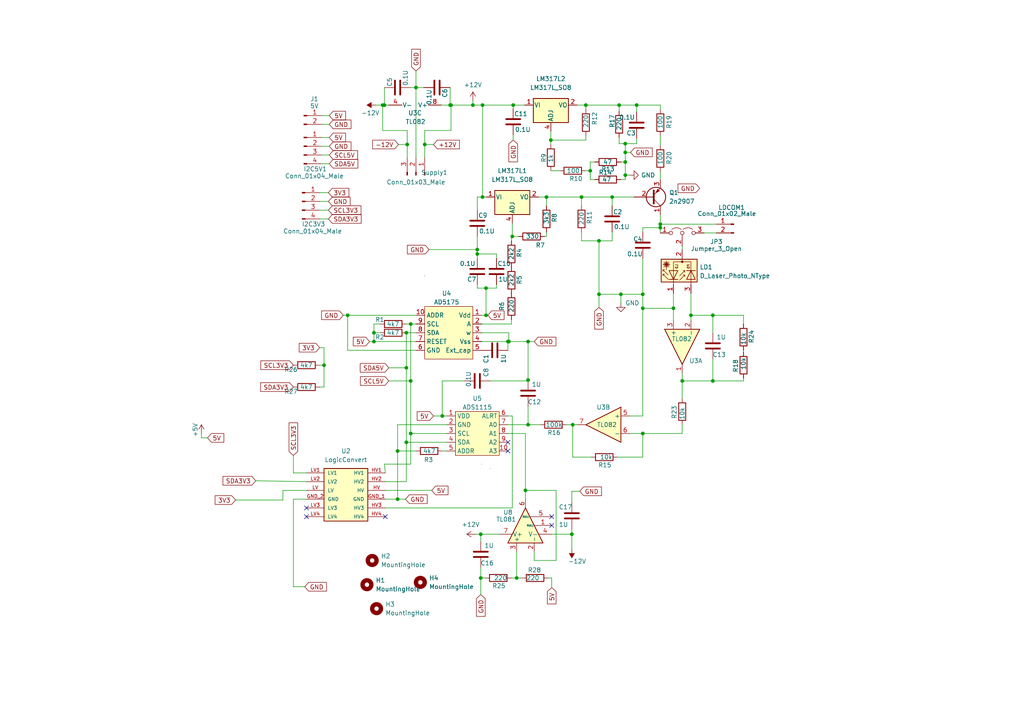
<source format=kicad_sch>
(kicad_sch (version 20231120) (generator "eeschema") (generator_version "8.0")
  (paper "A4")
  (lib_symbols
    (symbol "Amplifier_Operational:TL081" (pin_names (offset 0.127))
      (property "Reference" "U" (at 0 6.35 0))
      (property "Value" "TL081" (at 0 3.81 0))
      (symbol "TL081_1_1"
        (pin input line (at 0 -7.62 90) (length 5.08) (name "NULL") (number "1"))
        (pin input line (at -7.62 -2.54 0) (length 2.54) (name "-") (number "2"))
        (pin input line (at -7.62 2.54 0) (length 2.54) (name "+") (number "3"))
        (pin power_in line (at -2.54 -7.62 90) (length 3.81) (name "V-") (number "4"))
        (pin input line (at 2.54 -7.62 90) (length 6.35) (name "NULL") (number "5"))
        (pin output line (at 7.62 0 180) (length 2.54) (name "~") (number "6"))
        (pin power_in line (at -2.54 7.62 270) (length 3.81) (name "V+") (number "7"))
        (pin no_connect line (at 0 2.54 270) (length 2.54) hide (name "NC") (number "8"))
      )
    )
    (symbol "Amplifier_Operational:TL082" (pin_names (offset 0.127))
      (property "Reference" "U" (at 0 5.08 0))
      (property "Value" "TL082" (at 0 -5.08 0))
      (symbol "TL082_1_1"
        (pin output line (at 7.62 0 180) (length 2.54) (name "~") (number "1"))
        (pin input line (at -7.62 -2.54 0) (length 2.54) (name "-") (number "2"))
        (pin input line (at -7.62 2.54 0) (length 2.54) (name "+") (number "3"))
      )
      (symbol "TL082_2_1"
        (pin input line (at -7.62 2.54 0) (length 2.54) (name "+") (number "5"))
        (pin input line (at -7.62 -2.54 0) (length 2.54) (name "-") (number "6"))
        (pin output line (at 7.62 0 180) (length 2.54) (name "~") (number "7"))
      )
      (symbol "TL082_3_1"
        (pin power_in line (at -2.54 -7.62 90) (length 3.81) (name "V-") (number "4"))
        (pin power_in line (at -2.54 7.62 270) (length 3.81) (name "V+") (number "8"))
      )
    )
    (symbol "Connector:Conn_01x02_Male" (pin_names (offset 1.016) hide)
      (property "Reference" "J" (at 0 2.54 0))
      (property "Value" "Conn_01x02_Male" (at 0 -5.08 0))
      (symbol "Conn_01x02_Male_1_1"
        (pin passive line (at 5.08 0 180) (length 3.81) (name "Pin_1") (number "1"))
        (pin passive line (at 5.08 -2.54 180) (length 3.81) (name "Pin_2") (number "2"))
      )
    )
    (symbol "Connector:Conn_01x03_Male" (pin_names (offset 1.016) hide)
      (property "Reference" "J" (at 0 5.08 0))
      (property "Value" "Conn_01x03_Male" (at 0 -5.08 0))
      (symbol "Conn_01x03_Male_1_1"
        (pin passive line (at 5.08 2.54 180) (length 3.81) (name "Pin_1") (number "1"))
        (pin passive line (at 5.08 0 180) (length 3.81) (name "Pin_2") (number "2"))
        (pin passive line (at 5.08 -2.54 180) (length 3.81) (name "Pin_3") (number "3"))
      )
    )
    (symbol "Connector:Conn_01x04_Male" (pin_names (offset 1.016) hide)
      (property "Reference" "J" (at 0 5.08 0))
      (property "Value" "Conn_01x04_Male" (at 0 -7.62 0))
      (symbol "Conn_01x04_Male_1_1"
        (pin passive line (at 5.08 2.54 180) (length 3.81) (name "Pin_1") (number "1"))
        (pin passive line (at 5.08 0 180) (length 3.81) (name "Pin_2") (number "2"))
        (pin passive line (at 5.08 -2.54 180) (length 3.81) (name "Pin_3") (number "3"))
        (pin passive line (at 5.08 -5.08 180) (length 3.81) (name "Pin_4") (number "4"))
      )
    )
    (symbol "Device:C" (pin_numbers hide) (pin_names (offset 0.254))
      (property "Reference" "C" (at 0.635 2.54 0))
      (property "Value" "C" (at 0.635 -2.54 0))
      (symbol "C_1_1"
        (pin passive line (at 0 3.81 270) (length 2.794) (name "~") (number "1"))
        (pin passive line (at 0 -3.81 90) (length 2.794) (name "~") (number "2"))
      )
    )
    (symbol "Device:D_Laser_Photo_NType" (pin_names hide)
      (property "Reference" "LD" (at 1.016 7.112 0))
      (property "Value" "D_Laser_Photo_NType" (at 1.016 -5.588 0))
      (symbol "D_Laser_Photo_NType_1_1"
        (pin passive line (at 7.62 2.54 180) (length 2.54) (name "~") (number "1"))
        (pin passive line (at -5.08 0 0) (length 2.54) (name "~") (number "2"))
        (pin passive line (at 7.62 -2.54 180) (length 2.54) (name "~") (number "3"))
      )
    )
    (symbol "Device:R" (pin_numbers hide) (pin_names (offset 0))
      (property "Reference" "R" (at 2.032 0 90))
      (property "Value" "R" (at 0 0 90))
      (symbol "R_1_1"
        (pin passive line (at 0 3.81 270) (length 1.27) (name "~") (number "1"))
        (pin passive line (at 0 -3.81 90) (length 1.27) (name "~") (number "2"))
      )
    )
    (symbol "Jumper:Jumper_3_Open" (pin_names (offset 0) hide)
      (property "Reference" "JP" (at -2.54 -2.54 0))
      (property "Value" "Jumper_3_Open" (at 0 2.794 0))
      (symbol "Jumper_3_Open_1_1"
        (pin passive line (at -6.35 0 0) (length 2.54) (name "A") (number "1"))
        (pin passive line (at 0 -3.81 90) (length 2.54) (name "C") (number "2"))
        (pin passive line (at 6.35 0 180) (length 2.54) (name "B") (number "3"))
      )
    )
    (symbol "Mechanical:MountingHole" (pin_names (offset 1.016))
      (property "Reference" "H" (at 0 5.08 0))
      (property "Value" "MountingHole" (at 0 3.175 0))
    )
    (symbol "Regulator_Linear:LM317L_SO8" (pin_names (offset 0.254))
      (property "Reference" "U" (at -3.81 3.175 0))
      (property "Value" "LM317L_SO8" (at 0 3.175 0))
      (symbol "LM317L_SO8_1_1"
        (pin power_in line (at -7.62 0 0) (length 2.54) (name "VI") (number "1"))
        (pin power_out line (at 7.62 0 180) (length 2.54) (name "VO") (number "2"))
        (pin passive line (at 7.62 0 180) (length 2.54) hide (name "VO") (number "3"))
        (pin input line (at 0 -7.62 90) (length 2.54) (name "ADJ") (number "4"))
        (pin no_connect line (at -7.62 -2.54 0) (length 2.54) hide (name "NC") (number "5"))
        (pin passive line (at 7.62 0 180) (length 2.54) hide (name "VO") (number "6"))
        (pin passive line (at 7.62 0 180) (length 2.54) hide (name "VO") (number "7"))
        (pin no_connect line (at 7.62 -2.54 180) (length 2.54) hide (name "NC") (number "8"))
      )
    )
    (symbol "Transistor_BJT:BC556" (pin_names (offset 0) hide)
      (property "Reference" "Q" (at 5.08 1.905 0))
      (property "Value" "BC556" (at 5.08 0 0))
      (symbol "BC556_1_1"
        (pin passive line (at 2.54 5.08 270) (length 2.54) (name "C") (number "1"))
        (pin input line (at -5.08 0 0) (length 5.715) (name "B") (number "2"))
        (pin passive line (at 2.54 -5.08 90) (length 2.54) (name "E") (number "3"))
      )
    )
    (symbol "created:AD5175"
      (property "Reference" "U" (at 0 -10.16 0))
      (property "Value" "AD5175" (at 0 7.62 0))
      (symbol "AD5175_1_1"
        (pin power_in line (at -10.16 3.81 0) (length 2.54) (name "Vdd") (number "1"))
        (pin input line (at 8.89 3.81 180) (length 2.54) (name "ADDR") (number "10"))
        (pin input line (at -10.16 1.27 0) (length 2.54) (name "A") (number "2"))
        (pin input line (at -10.16 -1.27 0) (length 2.54) (name "w") (number "3"))
        (pin power_in line (at -10.16 -3.81 0) (length 2.54) (name "Vss") (number "4"))
        (pin power_in line (at -10.16 -6.35 0) (length 2.54) (name "Ext_cap") (number "5"))
        (pin input line (at 8.89 -6.35 180) (length 2.54) (name "GND") (number "6"))
        (pin input line (at 8.89 -3.81 180) (length 2.54) (name "RESET") (number "7"))
        (pin input line (at 8.89 -1.27 180) (length 2.54) (name "SDA") (number "8"))
        (pin input line (at 8.89 1.27 180) (length 2.54) (name "SCL") (number "9"))
      )
    )
    (symbol "created:ADS1115"
      (property "Reference" "U" (at 0 7.62 0))
      (property "Value" "ADS1115" (at 0 -7.62 0))
      (symbol "ADS1115_1_1"
        (pin power_in line (at -8.89 5.08 0) (length 2.54) (name "VDD") (number "1"))
        (pin input line (at 8.89 -5.08 180) (length 2.54) (name "A3") (number "10"))
        (pin power_in line (at -8.89 2.54 0) (length 2.54) (name "GND") (number "2"))
        (pin bidirectional line (at -8.89 0 0) (length 2.54) (name "SCL") (number "3"))
        (pin bidirectional line (at -8.89 -2.54 0) (length 2.54) (name "SDA") (number "4"))
        (pin bidirectional line (at -8.89 -5.08 0) (length 2.54) (name "ADDR") (number "5"))
        (pin output line (at 8.89 5.08 180) (length 2.54) (name "ALRT") (number "6"))
        (pin input line (at 8.89 2.54 180) (length 2.54) (name "A0") (number "7"))
        (pin input line (at 8.89 0 180) (length 2.54) (name "A1") (number "8"))
        (pin input line (at 8.89 -2.54 180) (length 2.54) (name "A2") (number "9"))
      )
    )
    (symbol "created:LogicConvert" (pin_names (offset 1.016))
      (property "Reference" "U" (at -12.7 11.43 0))
      (property "Value" "LogicConvert" (at -12.7 -12.7 0))
      (symbol "LogicConvert_0_0"
        (pin power_in line (at 5.08 -3.81 180) (length 5.08) (name "GND") (number "GND_1"))
        (pin power_in line (at -17.78 -3.81 0) (length 5.08) (name "GND") (number "GND_2"))
        (pin bidirectional line (at 5.08 -1.27 180) (length 5.08) (name "HV") (number "HV"))
        (pin bidirectional line (at 5.08 3.81 180) (length 5.08) (name "HV1") (number "HV1"))
        (pin bidirectional line (at 5.08 1.27 180) (length 5.08) (name "HV2") (number "HV2"))
        (pin bidirectional line (at 5.08 -6.35 180) (length 5.08) (name "HV3") (number "HV3"))
        (pin bidirectional line (at 5.08 -8.89 180) (length 5.08) (name "HV4") (number "HV4"))
        (pin bidirectional line (at -17.78 -1.27 0) (length 5.08) (name "LV") (number "LV"))
        (pin bidirectional line (at -17.78 3.81 0) (length 5.08) (name "LV1") (number "LV1"))
        (pin bidirectional line (at -17.78 1.27 0) (length 5.08) (name "LV2") (number "LV2"))
        (pin bidirectional line (at -17.78 -6.35 0) (length 5.08) (name "LV3") (number "LV3"))
        (pin bidirectional line (at -17.78 -8.89 0) (length 5.08) (name "LV4") (number "LV4"))
      )
    )
    (symbol "power:+12V" (power) (pin_names (offset 0))
      (property "Value" "+12V" (at 0 3.556 0))
      (symbol "+12V_1_1"
        (pin power_in line (at 0 0 90) (length 0) hide (name "+12V") (number "1"))
      )
    )
    (symbol "power:+5V" (power) (pin_names (offset 0))
      (property "Value" "+5V" (at 0 3.556 0))
      (symbol "+5V_1_1"
        (pin power_in line (at 0 0 90) (length 0) hide (name "+5V") (number "1"))
      )
    )
    (symbol "power:-12V" (power) (pin_names (offset 0))
      (property "Value" "-12V" (at 0 3.81 0))
      (symbol "-12V_0_0"
        (pin power_in line (at 0 0 90) (length 0) hide (name "-12V") (number "1"))
      )
    )
    (symbol "power:GND" (power) (pin_names (offset 0))
      (property "Value" "GND" (at 0 -3.81 0))
      (symbol "GND_1_1"
        (pin power_in line (at 0 0 270) (length 0) hide (name "GND") (number "1"))
      )
    )
  )
  (junction (at 140.97 91.44))
  (junction (at 148.844 30.48))
  (junction (at 108.458 96.52))
  (junction (at 110.998 30.48))
  (junction (at 206.756 110.49))
  (junction (at 181.356 50.8))
  (junction (at 139.954 30.48))
  (junction (at 153.162 110.236))
  (junction (at 139.954 57.15))
  (junction (at 100.838 91.44))
  (junction (at 184.658 30.48))
  (junction (at 181.356 46.99))
  (junction (at 173.736 85.344))
  (junction (at 168.656 57.15))
  (junction (at 140.97 83.566))
  (junction (at 120.65 25.4))
  (junction (at 180.086 85.344))
  (junction (at 206.756 91.44))
  (junction (at 186.436 85.344))
  (junction (at 200.406 91.44))
  (junction (at 186.436 125.73))
  (junction (at 148.59 68.58))
  (junction (at 158.496 57.15))
  (junction (at 138.43 73.66))
  (junction (at 173.736 69.85))
  (junction (at 186.436 89.408))
  (junction (at 130.81 30.48))
  (junction (at 115.316 144.78))
  (junction (at 119.126 93.98))
  (junction (at 119.126 110.49))
  (junction (at 166.116 123.19))
  (junction (at 137.16 30.48))
  (junction (at 115.316 130.81))
  (junction (at 152.4 142.24))
  (junction (at 149.86 167.64))
  (junction (at 177.546 57.15))
  (junction (at 108.458 99.06))
  (junction (at 159.766 40.64))
  (junction (at 139.446 154.94))
  (junction (at 111.506 30.48))
  (junction (at 165.862 154.94))
  (junction (at 117.856 106.68))
  (junction (at 128.27 120.65))
  (junction (at 153.162 123.19))
  (junction (at 139.446 167.64))
  (junction (at 147.574 99.06))
  (junction (at 130.556 30.48))
  (junction (at 191.516 66.04))
  (junction (at 119.126 125.73))
  (junction (at 117.856 128.27))
  (junction (at 181.356 44.196))
  (junction (at 147.32 99.06))
  (junction (at 138.43 72.39))
  (junction (at 153.162 99.06))
  (junction (at 195.326 89.408))
  (junction (at 191.516 65.024))
  (junction (at 117.856 96.52))
  (junction (at 123.19 41.91))
  (junction (at 93.98 105.918))
  (junction (at 179.578 30.48))
  (junction (at 169.926 30.48))
  (junction (at 181.356 41.656))
  (junction (at 118.11 41.91))
  (junction (at 197.866 110.49))
  (junction (at 171.196 49.53))
  (no_connect (at 160.02 149.86))
  (no_connect (at 111.76 149.86))
  (no_connect (at 88.9 149.86))
  (no_connect (at 147.32 130.81))
  (no_connect (at 147.32 128.27))
  (no_connect (at 88.9 147.32))
  (no_connect (at 160.02 152.4))
  (wire (pts (xy 161.29 142.24) (xy 152.4 142.24)))
  (wire (pts (xy 153.162 123.19) (xy 156.718 123.19)))
  (wire (pts (xy 164.338 123.19) (xy 166.116 123.19)))
  (wire (pts (xy 140.97 83.566) (xy 140.97 91.44)))
  (wire (pts (xy 118.11 41.91) (xy 118.11 37.846)))
  (wire (pts (xy 181.356 46.99) (xy 181.356 50.8)))
  (wire (pts (xy 111.506 134.62) (xy 119.126 134.62)))
  (wire (pts (xy 168.656 69.85) (xy 173.736 69.85)))
  (wire (pts (xy 147.574 96.52) (xy 147.574 99.06)))
  (wire (pts (xy 151.384 167.64) (xy 149.86 167.64)))
  (wire (pts (xy 92.71 58.42) (xy 95.25 58.42)))
  (wire (pts (xy 215.646 109.728) (xy 215.646 110.49)))
  (wire (pts (xy 92.71 60.96) (xy 95.25 60.96)))
  (wire (pts (xy 128.27 110.49) (xy 134.62 110.49)))
  (wire (pts (xy 186.436 125.73) (xy 197.866 125.73)))
  (wire (pts (xy 148.59 120.65) (xy 148.59 147.32)))
  (wire (pts (xy 177.546 57.15) (xy 183.896 57.15)))
  (wire (pts (xy 191.516 49.784) (xy 191.516 52.07)))
  (wire (pts (xy 206.756 96.52) (xy 206.756 91.44)))
  (wire (pts (xy 186.436 89.408) (xy 186.436 120.65)))
  (wire (pts (xy 108.458 93.98) (xy 108.458 96.52)))
  (wire (pts (xy 180.086 46.99) (xy 181.356 46.99)))
  (wire (pts (xy 195.326 85.09) (xy 195.326 89.408)))
  (wire (pts (xy 138.43 83.566) (xy 140.97 83.566)))
  (wire (pts (xy 149.86 167.64) (xy 148.336 167.64)))
  (wire (pts (xy 180.086 52.07) (xy 181.356 52.07)))
  (wire (pts (xy 173.736 69.85) (xy 177.546 69.85)))
  (wire (pts (xy 117.856 128.27) (xy 117.856 139.7)))
  (wire (pts (xy 100.838 91.44) (xy 120.65 91.44)))
  (wire (pts (xy 215.646 102.108) (xy 215.646 101.6)))
  (wire (pts (xy 168.656 67.31) (xy 168.656 69.85)))
  (wire (pts (xy 200.406 85.09) (xy 200.406 91.44)))
  (wire (pts (xy 119.126 25.4) (xy 120.65 25.4)))
  (wire (pts (xy 111.76 147.32) (xy 148.59 147.32)))
  (wire (pts (xy 124.46 72.39) (xy 138.43 72.39)))
  (wire (pts (xy 119.126 125.73) (xy 129.54 125.73)))
  (wire (pts (xy 158.496 67.31) (xy 158.496 68.58)))
  (wire (pts (xy 120.65 25.4) (xy 120.65 20.574)))
  (wire (pts (xy 148.844 30.48) (xy 148.844 31.496)))
  (wire (pts (xy 171.45 132.588) (xy 166.116 132.588)))
  (wire (pts (xy 149.86 160.02) (xy 149.86 167.64)))
  (wire (pts (xy 117.856 96.52) (xy 120.65 96.52)))
  (wire (pts (xy 88.392 170.18) (xy 85.09 170.18)))
  (wire (pts (xy 186.436 66.04) (xy 191.516 66.04)))
  (wire (pts (xy 152.4 125.73) (xy 152.4 142.24)))
  (wire (pts (xy 169.926 39.37) (xy 169.926 40.64)))
  (wire (pts (xy 139.7 99.06) (xy 147.32 99.06)))
  (wire (pts (xy 58.42 127) (xy 60.198 127)))
  (wire (pts (xy 99.568 91.44) (xy 100.838 91.44)))
  (wire (pts (xy 111.76 142.24) (xy 125.222 142.24)))
  (wire (pts (xy 100.838 91.44) (xy 100.838 101.6)))
  (wire (pts (xy 82.042 142.24) (xy 88.9 142.24)))
  (wire (pts (xy 171.196 46.99) (xy 171.196 49.53)))
  (wire (pts (xy 115.316 144.78) (xy 117.602 144.78)))
  (wire (pts (xy 139.7 96.52) (xy 147.574 96.52)))
  (wire (pts (xy 85.09 144.78) (xy 85.09 170.18)))
  (wire (pts (xy 147.32 99.06) (xy 147.574 99.06)))
  (wire (pts (xy 154.94 160.02) (xy 154.94 162.56)))
  (wire (pts (xy 159.766 38.1) (xy 159.766 40.64)))
  (wire (pts (xy 129.54 128.27) (xy 117.856 128.27)))
  (wire (pts (xy 181.356 41.656) (xy 181.356 44.196)))
  (wire (pts (xy 138.43 68.58) (xy 138.43 72.39)))
  (wire (pts (xy 197.866 110.49) (xy 197.866 115.57)))
  (wire (pts (xy 93.98 105.918) (xy 93.98 112.268)))
  (wire (pts (xy 119.126 110.49) (xy 119.126 125.73)))
  (wire (pts (xy 191.516 39.37) (xy 191.516 42.164)))
  (wire (pts (xy 180.086 85.344) (xy 186.436 85.344)))
  (wire (pts (xy 152.4 144.78) (xy 152.4 142.24)))
  (wire (pts (xy 122.936 25.4) (xy 120.65 25.4)))
  (wire (pts (xy 111.76 144.78) (xy 115.316 144.78)))
  (wire (pts (xy 168.656 57.15) (xy 168.656 59.69)))
  (wire (pts (xy 191.516 67.564) (xy 191.516 66.04)))
  (wire (pts (xy 197.866 110.49) (xy 206.756 110.49)))
  (wire (pts (xy 167.386 30.48) (xy 169.926 30.48)))
  (wire (pts (xy 138.43 74.93) (xy 138.43 73.66)))
  (wire (pts (xy 117.856 139.7) (xy 111.76 139.7)))
  (wire (pts (xy 186.436 125.73) (xy 186.436 132.588)))
  (wire (pts (xy 195.326 89.408) (xy 195.326 92.964)))
  (wire (pts (xy 119.126 93.98) (xy 119.126 110.49)))
  (wire (pts (xy 200.406 91.44) (xy 206.756 91.44)))
  (wire (pts (xy 158.496 68.58) (xy 157.988 68.58)))
  (wire (pts (xy 139.446 156.972) (xy 139.446 154.94)))
  (wire (pts (xy 186.436 85.344) (xy 186.436 89.408)))
  (wire (pts (xy 179.578 39.878) (xy 179.578 41.656)))
  (wire (pts (xy 115.316 123.19) (xy 115.316 130.81)))
  (wire (pts (xy 148.844 39.116) (xy 148.844 40.64)))
  (wire (pts (xy 117.856 96.52) (xy 117.856 106.68)))
  (wire (pts (xy 123.19 41.91) (xy 123.19 37.846)))
  (wire (pts (xy 159.766 49.53) (xy 162.306 49.53)))
  (wire (pts (xy 158.496 57.15) (xy 158.496 59.69)))
  (wire (pts (xy 144.018 83.566) (xy 140.97 83.566)))
  (wire (pts (xy 159.766 41.91) (xy 159.766 40.64)))
  (wire (pts (xy 166.116 132.588) (xy 166.116 123.19)))
  (wire (pts (xy 184.658 30.48) (xy 184.658 32.512)))
  (wire (pts (xy 88.9 139.7) (xy 74.168 139.446)))
  (wire (pts (xy 165.862 142.494) (xy 168.148 142.494)))
  (wire (pts (xy 118.11 45.72) (xy 118.11 41.91)))
  (wire (pts (xy 115.57 41.91) (xy 118.11 41.91)))
  (wire (pts (xy 92.71 63.5) (xy 95.25 63.5)))
  (wire (pts (xy 128.27 120.65) (xy 128.27 110.49)))
  (wire (pts (xy 130.556 25.4) (xy 130.556 30.48)))
  (wire (pts (xy 93.218 33.528) (xy 95.504 33.528)))
  (wire (pts (xy 181.356 44.196) (xy 182.88 44.196)))
  (wire (pts (xy 197.866 71.374) (xy 197.866 72.39)))
  (wire (pts (xy 139.954 57.15) (xy 139.954 30.48)))
  (wire (pts (xy 108.966 30.48) (xy 110.998 30.48)))
  (wire (pts (xy 147.32 123.19) (xy 153.162 123.19)))
  (wire (pts (xy 172.466 46.99) (xy 171.196 46.99)))
  (wire (pts (xy 119.126 110.49) (xy 112.776 110.49)))
  (wire (pts (xy 144.018 82.55) (xy 144.018 83.566)))
  (wire (pts (xy 129.54 123.19) (xy 115.316 123.19)))
  (wire (pts (xy 206.756 104.14) (xy 206.756 110.49)))
  (wire (pts (xy 139.954 30.48) (xy 148.844 30.48)))
  (wire (pts (xy 123.19 37.846) (xy 130.81 37.846)))
  (wire (pts (xy 169.926 49.53) (xy 171.196 49.53)))
  (wire (pts (xy 148.59 68.58) (xy 148.336 68.58)))
  (wire (pts (xy 138.43 73.66) (xy 144.018 73.66)))
  (wire (pts (xy 184.658 30.48) (xy 191.516 30.48)))
  (wire (pts (xy 156.21 57.15) (xy 158.496 57.15)))
  (wire (pts (xy 207.772 65.024) (xy 191.516 65.024)))
  (wire (pts (xy 139.446 167.64) (xy 140.716 167.64)))
  (wire (pts (xy 148.59 64.77) (xy 148.59 68.58)))
  (wire (pts (xy 158.496 57.15) (xy 168.656 57.15)))
  (wire (pts (xy 153.162 99.06) (xy 153.162 110.236)))
  (wire (pts (xy 153.162 117.856) (xy 153.162 123.19)))
  (wire (pts (xy 111.76 137.16) (xy 111.506 134.62)))
  (wire (pts (xy 186.436 74.93) (xy 186.436 85.344)))
  (wire (pts (xy 85.09 132.08) (xy 85.09 137.16)))
  (wire (pts (xy 139.446 154.94) (xy 144.78 154.94)))
  (wire (pts (xy 139.7 91.44) (xy 140.97 91.44)))
  (wire (pts (xy 182.626 120.65) (xy 186.436 120.65)))
  (wire (pts (xy 93.218 39.878) (xy 95.504 39.878)))
  (wire (pts (xy 165.862 154.94) (xy 165.862 159.258)))
  (wire (pts (xy 179.578 30.48) (xy 184.658 30.48)))
  (wire (pts (xy 108.458 96.52) (xy 110.236 96.52)))
  (wire (pts (xy 144.018 74.93) (xy 144.018 73.66)))
  (wire (pts (xy 186.436 89.408) (xy 195.326 89.408)))
  (wire (pts (xy 119.126 125.73) (xy 119.126 134.62)))
  (wire (pts (xy 152.4 125.73) (xy 147.32 125.73)))
  (wire (pts (xy 166.116 123.19) (xy 167.386 123.19)))
  (wire (pts (xy 93.98 100.838) (xy 93.98 105.918)))
  (wire (pts (xy 111.506 25.4) (xy 111.506 30.48)))
  (wire (pts (xy 171.196 49.53) (xy 171.196 52.07)))
  (wire (pts (xy 108.458 96.52) (xy 108.458 99.06)))
  (wire (pts (xy 173.736 85.344) (xy 173.736 69.85)))
  (wire (pts (xy 181.356 44.196) (xy 181.356 46.99)))
  (wire (pts (xy 92.71 112.268) (xy 93.98 112.268)))
  (wire (pts (xy 148.844 30.48) (xy 152.146 30.48)))
  (wire (pts (xy 118.11 37.846) (xy 110.998 37.846)))
  (wire (pts (xy 93.218 47.498) (xy 95.504 47.498)))
  (wire (pts (xy 215.646 93.98) (xy 215.646 91.44)))
  (wire (pts (xy 110.236 93.98) (xy 108.458 93.98)))
  (wire (pts (xy 110.998 37.846) (xy 110.998 30.48)))
  (wire (pts (xy 88.9 137.16) (xy 85.09 137.16)))
  (wire (pts (xy 181.356 50.8) (xy 182.626 50.8)))
  (wire (pts (xy 179.07 132.588) (xy 186.436 132.588)))
  (wire (pts (xy 130.556 30.48) (xy 130.81 30.48)))
  (wire (pts (xy 68.326 145.034) (xy 82.042 145.034)))
  (wire (pts (xy 119.126 93.98) (xy 120.65 93.98)))
  (wire (pts (xy 108.458 99.06) (xy 120.65 99.06)))
  (wire (pts (xy 206.756 91.44) (xy 215.646 91.44)))
  (wire (pts (xy 153.162 110.236) (xy 153.162 110.49)))
  (wire (pts (xy 93.218 44.958) (xy 95.504 44.958)))
  (wire (pts (xy 139.7 93.98) (xy 148.336 93.98)))
  (wire (pts (xy 137.16 30.48) (xy 137.16 29.21)))
  (wire (pts (xy 148.59 68.58) (xy 150.368 68.58)))
  (wire (pts (xy 184.658 41.656) (xy 181.356 41.656)))
  (wire (pts (xy 138.43 72.39) (xy 138.43 73.66)))
  (wire (pts (xy 169.926 30.48) (xy 179.578 30.48)))
  (wire (pts (xy 160.02 167.64) (xy 159.004 167.64)))
  (wire (pts (xy 179.578 41.656) (xy 181.356 41.656)))
  (wire (pts (xy 115.316 130.81) (xy 115.316 144.78)))
  (wire (pts (xy 120.65 45.72) (xy 120.65 25.4)))
  (wire (pts (xy 82.042 142.24) (xy 82.042 145.034)))
  (wire (pts (xy 88.9 144.78) (xy 85.09 144.78)))
  (wire (pts (xy 153.162 99.06) (xy 154.94 99.06)))
  (wire (pts (xy 139.446 164.592) (xy 139.446 167.64)))
  (wire (pts (xy 160.02 154.94) (xy 165.862 154.94)))
  (wire (pts (xy 181.356 50.8) (xy 181.356 52.07)))
  (wire (pts (xy 139.954 57.15) (xy 138.43 57.15)))
  (wire (pts (xy 197.866 108.204) (xy 197.866 110.49)))
  (wire (pts (xy 130.81 30.48) (xy 137.16 30.48)))
  (wire (pts (xy 92.71 100.838) (xy 93.98 100.838)))
  (wire (pts (xy 125.73 120.65) (xy 128.27 120.65)))
  (wire (pts (xy 123.19 45.72) (xy 123.19 41.91)))
  (wire (pts (xy 93.218 42.418) (xy 95.504 42.418)))
  (wire (pts (xy 93.98 105.918) (xy 92.71 105.918)))
  (wire (pts (xy 168.656 57.15) (xy 177.546 57.15)))
  (wire (pts (xy 161.29 162.56) (xy 161.29 142.24)))
  (wire (pts (xy 206.756 110.49) (xy 215.646 110.49)))
  (wire (pts (xy 138.43 57.15) (xy 138.43 60.96)))
  (wire (pts (xy 117.856 106.68) (xy 117.856 128.27)))
  (wire (pts (xy 92.71 55.88) (xy 95.25 55.88)))
  (wire (pts (xy 186.436 67.31) (xy 186.436 66.04)))
  (wire (pts (xy 191.516 65.024) (xy 191.516 66.04)))
  (wire (pts (xy 191.516 30.48) (xy 191.516 31.75)))
  (wire (pts (xy 179.578 30.48) (xy 179.578 32.258)))
  (wire (pts (xy 139.446 167.64) (xy 139.446 172.466)))
  (wire (pts (xy 169.926 30.48) (xy 169.926 31.75)))
  (wire (pts (xy 137.922 154.94) (xy 139.446 154.94)))
  (wire (pts (xy 100.838 101.6) (xy 120.65 101.6)))
  (wire (pts (xy 197.866 125.73) (xy 197.866 123.19)))
  (wire (pts (xy 138.43 83.566) (xy 138.43 82.55)))
  (wire (pts (xy 184.658 40.132) (xy 184.658 41.656)))
  (wire (pts (xy 58.42 125.73) (xy 58.42 127)))
  (wire (pts (xy 173.736 85.344) (xy 180.086 85.344)))
  (wire (pts (xy 128.27 120.65) (xy 129.54 120.65)))
  (wire (pts (xy 140.97 91.44) (xy 141.478 91.44)))
  (wire (pts (xy 107.188 99.06) (xy 108.458 99.06)))
  (wire (pts (xy 182.626 125.73) (xy 186.436 125.73)))
  (wire (pts (xy 173.736 85.344) (xy 173.736 89.154)))
  (wire (pts (xy 177.546 57.15) (xy 177.546 59.69)))
  (wire (pts (xy 128.27 130.81) (xy 129.54 130.81)))
  (wire (pts (xy 139.954 57.15) (xy 140.97 57.15)))
  (wire (pts (xy 200.406 91.44) (xy 200.406 92.964)))
  (wire (pts (xy 120.65 130.81) (xy 115.316 130.81)))
  (wire (pts (xy 130.81 37.846) (xy 130.81 30.48)))
  (wire (pts (xy 160.02 170.434) (xy 160.02 167.64)))
  (wire (pts (xy 154.94 162.56) (xy 161.29 162.56)))
  (wire (pts (xy 148.336 68.58) (xy 148.336 69.85)))
  (wire (pts (xy 204.216 67.564) (xy 207.772 67.564)))
  (wire (pts (xy 165.862 153.416) (xy 165.862 154.94)))
  (wire (pts (xy 93.218 36.068) (xy 95.504 36.068)))
  (wire (pts (xy 117.856 106.68) (xy 112.776 106.68)))
  (wire (pts (xy 142.24 110.49) (xy 153.162 110.49)))
  (wire (pts (xy 159.766 40.64) (xy 169.926 40.64)))
  (wire (pts (xy 191.516 62.23) (xy 191.516 65.024)))
  (wire (pts (xy 180.086 85.344) (xy 180.086 87.884)))
  (wire (pts (xy 147.32 120.65) (xy 148.59 120.65)))
  (wire (pts (xy 147.32 99.06) (xy 147.32 101.6)))
  (wire (pts (xy 147.574 99.06) (xy 153.162 99.06)))
  (wire (pts (xy 128.016 30.48) (xy 130.556 30.48)))
  (wire (pts (xy 123.19 41.91) (xy 125.73 41.91)))
  (wire (pts (xy 177.546 67.31) (xy 177.546 69.85)))
  (wire (pts (xy 111.506 30.48) (xy 112.776 30.48)))
  (wire (pts (xy 148.336 92.71) (xy 148.336 93.98)))
  (wire (pts (xy 137.16 30.48) (xy 139.954 30.48)))
  (wire (pts (xy 171.196 52.07) (xy 172.466 52.07)))
  (wire (pts (xy 110.998 30.48) (xy 111.506 30.48)))
  (wire (pts (xy 165.862 145.796) (xy 165.862 142.494)))
  (wire (pts (xy 117.856 93.98) (xy 119.126 93.98)))
  (global_label "5V" (shape input) (at 60.198 127 0) (property "Intersheetrefs" "${INTERSHEET_REFS}" (effects (hide yes))))
  (global_label "GND" (shape input) (at 168.148 142.494 0) (property "Intersheetrefs" "${INTERSHEET_REFS}" (effects (hide yes))))
  (global_label "GND" (shape input) (at 117.602 144.78 0) (property "Intersheetrefs" "${INTERSHEET_REFS}" (effects (hide yes))))
  (global_label "+12V" (shape input) (at 125.73 41.91 0) (property "Intersheetrefs" "${INTERSHEET_REFS}" (effects (hide yes))))
  (global_label "SDA3V3" (shape input) (at 85.09 112.268 180) (property "Intersheetrefs" "${INTERSHEET_REFS}" (effects (hide yes))))
  (global_label "3V3" (shape input) (at 92.71 100.838 180) (property "Intersheetrefs" "${INTERSHEET_REFS}" (effects (hide yes))))
  (global_label "GND" (shape input) (at 95.25 58.42 0) (property "Intersheetrefs" "${INTERSHEET_REFS}" (effects (hide yes))))
  (global_label "GND" (shape input) (at 148.844 40.64 270) (property "Intersheetrefs" "${INTERSHEET_REFS}" (effects (hide yes))))
  (global_label "5V" (shape input) (at 141.478 91.44 0) (property "Intersheetrefs" "${INTERSHEET_REFS}" (effects (hide yes))))
  (global_label "SDA3V3" (shape input) (at 95.25 63.5 0) (property "Intersheetrefs" "${INTERSHEET_REFS}" (effects (hide yes))))
  (global_label "5V" (shape input) (at 125.73 120.65 180) (property "Intersheetrefs" "${INTERSHEET_REFS}" (effects (hide yes))))
  (global_label "GND" (shape input) (at 124.46 72.39 180) (property "Intersheetrefs" "${INTERSHEET_REFS}" (effects (hide yes))))
  (global_label "SDA5V" (shape input) (at 95.504 47.498 0) (property "Intersheetrefs" "${INTERSHEET_REFS}" (effects (hide yes))))
  (global_label "SCL5V" (shape input) (at 95.504 44.958 0) (property "Intersheetrefs" "${INTERSHEET_REFS}" (effects (hide yes))))
  (global_label "GND" (shape input) (at 95.504 36.068 0) (property "Intersheetrefs" "${INTERSHEET_REFS}" (effects (hide yes))))
  (global_label "GND" (shape input) (at 139.446 172.466 270) (property "Intersheetrefs" "${INTERSHEET_REFS}" (effects (hide yes))))
  (global_label "3V3" (shape input) (at 95.25 55.88 0) (property "Intersheetrefs" "${INTERSHEET_REFS}" (effects (hide yes))))
  (global_label "GND" (shape input) (at 202.946 54.61 180) (property "Intersheetrefs" "${INTERSHEET_REFS}" (effects (hide yes))))
  (global_label "GND" (shape input) (at 182.88 44.196 0) (property "Intersheetrefs" "${INTERSHEET_REFS}" (effects (hide yes))))
  (global_label "SDA5V" (shape input) (at 112.776 106.68 180) (property "Intersheetrefs" "${INTERSHEET_REFS}" (effects (hide yes))))
  (global_label "5V" (shape input) (at 160.02 170.434 270) (property "Intersheetrefs" "${INTERSHEET_REFS}" (effects (hide yes))))
  (global_label "GND" (shape input) (at 99.568 91.44 180) (property "Intersheetrefs" "${INTERSHEET_REFS}" (effects (hide yes))))
  (global_label "GND" (shape input) (at 88.392 170.18 0) (property "Intersheetrefs" "${INTERSHEET_REFS}" (effects (hide yes))))
  (global_label "3V3" (shape input) (at 68.326 145.034 180) (property "Intersheetrefs" "${INTERSHEET_REFS}" (effects (hide yes))))
  (global_label "5V" (shape input) (at 95.504 39.878 0) (property "Intersheetrefs" "${INTERSHEET_REFS}" (effects (hide yes))))
  (global_label "SCL5V" (shape input) (at 112.776 110.49 180) (property "Intersheetrefs" "${INTERSHEET_REFS}" (effects (hide yes))))
  (global_label "SCL3V3" (shape input) (at 85.09 132.08 90) (property "Intersheetrefs" "${INTERSHEET_REFS}" (effects (hide yes))))
  (global_label "SDA3V3" (shape input) (at 74.168 139.446 180) (property "Intersheetrefs" "${INTERSHEET_REFS}" (effects (hide yes))))
  (global_label "-12V" (shape input) (at 115.57 41.91 180) (property "Intersheetrefs" "${INTERSHEET_REFS}" (effects (hide yes))))
  (global_label "GND" (shape input) (at 95.504 42.418 0) (property "Intersheetrefs" "${INTERSHEET_REFS}" (effects (hide yes))))
  (global_label "5V" (shape input) (at 125.222 142.24 0) (property "Intersheetrefs" "${INTERSHEET_REFS}" (effects (hide yes))))
  (global_label "5V" (shape input) (at 95.504 33.528 0) (property "Intersheetrefs" "${INTERSHEET_REFS}" (effects (hide yes))))
  (global_label "GND" (shape input) (at 120.65 20.574 90) (property "Intersheetrefs" "${INTERSHEET_REFS}" (effects (hide yes))))
  (global_label "SCL3V3" (shape input) (at 85.09 105.918 180) (property "Intersheetrefs" "${INTERSHEET_REFS}" (effects (hide yes))))
  (global_label "GND" (shape input) (at 154.94 99.06 0) (property "Intersheetrefs" "${INTERSHEET_REFS}" (effects (hide yes))))
  (global_label "SCL3V3" (shape input) (at 95.25 60.96 0) (property "Intersheetrefs" "${INTERSHEET_REFS}" (effects (hide yes))))
  (global_label "GND" (shape input) (at 173.736 89.154 270) (property "Intersheetrefs" "${INTERSHEET_REFS}" (effects (hide yes))))
  (global_label "5V" (shape input) (at 107.188 99.06 180) (property "Intersheetrefs" "${INTERSHEET_REFS}" (effects (hide yes))))
  (symbol (lib_id "Device:R") (at 197.866 119.38 180) (unit 1)
    (property "Reference" "R23" (at 195.58 117.602 90) (effects (justify left)))
    (property "Value" "10k" (at 197.866 118.11 90) (effects (justify left)))
    (property "Footprint" "Resistor_SMD:R_1210_3225Metric_Pad1.30x2.65mm_HandSolder" (effects (hide yes)))
  )
  (symbol (lib_id "Device:C") (at 143.51 101.6 90) (unit 1)
    (property "Reference" "C1" (at 140.97 105.41 0) (effects (justify left)))
    (property "Value" "1U" (at 146.05 105.41 0) (effects (justify left)))
    (property "Footprint" "Capacitor_SMD:C_0805_2012Metric_Pad1.18x1.45mm_HandSolder" (effects (hide yes)))
  )
  (symbol (lib_id "Device:R") (at 168.656 63.5 0) (unit 1)
    (property "Reference" "R11" (at 170.942 65.024 90) (effects (justify left)))
    (property "Value" "220" (at 168.656 65.278 90) (effects (justify left)))
    (property "Footprint" "Resistor_THT:R_Axial_DIN0614_L14.3mm_D5.7mm_P20.32mm_Horizontal" (effects (hide yes)))
  )
  (symbol (lib_id "created:LogicConvert") (at 106.68 140.97 0) (unit 1)
    (property "Reference" "U2" (at 100.33 130.81 0))
    (property "Value" "LogicConvert" (at 100.33 133.35 0))
    (property "Footprint" "Created:CONV_BOB-12009" (effects (hide yes)))
    (property "MANUFACTURER" "SparkFun Electronics" (effects (hide yes)))
    (property "PARTREV" "01" (effects (hide yes)))
    (property "MAXIMUM_PACKAGE_HEIGHT" "N/A" (effects (hide yes)))
  )
  (symbol (lib_id "Device:R") (at 215.646 97.79 0) (unit 1)
    (property "Reference" "R24" (at 217.932 99.568 90) (effects (justify left)))
    (property "Value" "10k" (at 215.646 100.076 90) (effects (justify left)))
    (property "Footprint" "Resistor_SMD:R_1210_3225Metric_Pad1.30x2.65mm_HandSolder" (effects (hide yes)))
  )
  (symbol (lib_id "Device:C") (at 115.316 25.4 90) (unit 1)
    (property "Reference" "C5" (at 113.03 25.146 0) (effects (justify left)))
    (property "Value" "0.1U" (at 117.602 24.892 0) (effects (justify left)))
    (property "Footprint" "Capacitor_SMD:C_0805_2012Metric_Pad1.18x1.45mm_HandSolder" (effects (hide yes)))
  )
  (symbol (lib_id "Device:R") (at 191.516 45.974 0) (unit 1)
    (property "Reference" "R20" (at 194.056 47.752 90) (effects (justify left)))
    (property "Value" "100" (at 191.516 47.752 90) (effects (justify left)))
    (property "Footprint" "Resistor_THT:R_Axial_DIN0614_L14.3mm_D5.7mm_P20.32mm_Horizontal" (effects (hide yes)))
  )
  (symbol (lib_id "Mechanical:MountingHole") (at 106.4316 169.5824 0) (unit 1)
    (property "Reference" "H1" (at 108.9716 168.3123 0) (effects (justify left)))
    (property "Value" "MountingHole" (at 108.9716 170.8523 0) (effects (justify left)))
    (property "Footprint" "MountingHole:MountingHole_3.2mm_M3" (effects (hide yes)))
  )
  (symbol (lib_id "Device:R") (at 155.194 167.64 90) (unit 1)
    (property "Reference" "R28" (at 156.972 165.354 90) (effects (justify left)))
    (property "Value" "220" (at 156.464 167.64 90) (effects (justify left)))
    (property "Footprint" "Resistor_SMD:R_1210_3225Metric_Pad1.30x2.65mm_HandSolder" (effects (hide yes)))
  )
  (symbol (lib_id "Connector:Conn_01x02_Male") (at 212.852 65.024 0) (mirror y) (unit 1)
    (property "Reference" "LDCOM1" (at 212.217 60.198 0))
    (property "Value" "Conn_01x02_Male" (at 210.82 61.976 0))
    (property "Footprint" "Connector_JST:JST_EH_B2B-EH-A_1x02_P2.50mm_Vertical" (effects (hide yes)))
  )
  (symbol (lib_id "Device:R") (at 179.578 36.068 0) (unit 1)
    (property "Reference" "R17" (at 177.546 37.084 90) (effects (justify left)))
    (property "Value" "220" (at 179.578 37.846 90) (effects (justify left)))
    (property "Footprint" "Resistor_THT:R_Axial_DIN0614_L14.3mm_D5.7mm_P20.32mm_Horizontal" (effects (hide yes)))
  )
  (symbol (lib_id "Device:C") (at 177.546 63.5 0) (unit 1)
    (property "Reference" "C2" (at 177.8 61.468 0) (effects (justify left)))
    (property "Value" "0.1U" (at 178.054 65.786 0) (effects (justify left)))
    (property "Footprint" "Capacitor_SMD:C_0805_2012Metric_Pad1.18x1.45mm_HandSolder" (effects (hide yes)))
  )
  (symbol (lib_id "Device:C") (at 186.436 71.12 0) (unit 1)
    (property "Reference" "C4" (at 183.642 69.342 0) (effects (justify left)))
    (property "Value" "0.1U" (at 181.864 73.66 0) (effects (justify left)))
    (property "Footprint" "Capacitor_SMD:C_0805_2012Metric_Pad1.18x1.45mm_HandSolder" (effects (hide yes)))
  )
  (symbol (lib_id "Amplifier_Operational:TL081") (at 152.4 152.4 90) (unit 1)
    (property "Reference" "U8" (at 147.32 148.59 90))
    (property "Value" "TL081" (at 146.812 150.622 90))
    (property "Footprint" "Package_DIP:DIP-8_W7.62mm" (effects (hide yes)))
    (property "Datasheet" "http://www.ti.com/lit/ds/symlink/tl081.pdf" (effects (hide yes)))
  )
  (symbol (lib_id "Transistor_BJT:BC556") (at 188.976 57.15 0) (mirror x) (unit 1)
    (property "Reference" "Q1" (at 194.056 55.8799 0) (effects (justify left)))
    (property "Value" "2n2907" (at 194.056 58.4199 0) (effects (justify left)))
    (property "Footprint" "Package_TO_SOT_THT:TO-92_Inline_Wide" (effects (hide yes)))
    (property "Datasheet" "https://www.onsemi.com/pub/Collateral/BC556BTA-D.pdf" (effects (hide yes)))
  )
  (symbol (lib_id "Device:R") (at 166.116 49.53 270) (unit 1)
    (property "Reference" "R10" (at 165.1 51.816 90) (effects (justify left)))
    (property "Value" "100" (at 164.338 49.53 90) (effects (justify left)))
    (property "Footprint" "Resistor_SMD:R_1210_3225Metric_Pad1.30x2.65mm_HandSolder" (effects (hide yes)))
  )
  (symbol (lib_id "Connector:Conn_01x02_Male") (at 88.138 33.528 0) (unit 1)
    (property "Reference" "J1" (at 91.186 28.702 0))
    (property "Value" "5V" (at 91.186 30.734 0))
    (property "Footprint" "Connector_JST:JST_EH_B2B-EH-A_1x02_P2.50mm_Vertical" (effects (hide yes)))
  )
  (symbol (lib_id "Device:R") (at 88.9 112.268 90) (unit 1)
    (property "Reference" "R27" (at 86.36 113.538 90) (effects (justify left)))
    (property "Value" "4k7" (at 90.678 112.268 90) (effects (justify left)))
    (property "Footprint" "Resistor_SMD:R_1210_3225Metric_Pad1.30x2.65mm_HandSolder" (effects (hide yes)))
  )
  (symbol (lib_id "Device:R") (at 148.336 88.9 180) (unit 1)
    (property "Reference" "R6" (at 145.542 90.17 90) (effects (justify right)))
    (property "Value" "220" (at 148.336 90.678 90) (effects (justify right)))
    (property "Footprint" "Resistor_SMD:R_1210_3225Metric_Pad1.30x2.65mm_HandSolder" (effects (hide yes)))
  )
  (symbol (lib_id "Device:R") (at 88.9 105.918 90) (unit 1)
    (property "Reference" "R26" (at 86.36 107.188 90) (effects (justify left)))
    (property "Value" "4k7" (at 90.678 105.918 90) (effects (justify left)))
    (property "Footprint" "Resistor_SMD:R_1210_3225Metric_Pad1.30x2.65mm_HandSolder" (effects (hide yes)))
  )
  (symbol (lib_id "Device:C") (at 138.43 64.77 0) (unit 1)
    (property "Reference" "C9" (at 138.684 62.484 0) (effects (justify left)))
    (property "Value" "0.1U" (at 138.938 67.056 0) (effects (justify left)))
    (property "Footprint" "Capacitor_SMD:C_0805_2012Metric_Pad1.18x1.45mm_HandSolder" (effects (hide yes)))
  )
  (symbol (lib_id "power:-12V") (at 165.862 159.258 180) (unit 1)
    (property "Reference" "#PWR07" (effects (hide yes)))
    (property "Value" "-12V" (at 167.386 162.814 0))
  )
  (symbol (lib_id "Regulator_Linear:LM317L_SO8") (at 148.59 57.15 0) (unit 1)
    (property "Reference" "LM317L1" (at 148.59 49.53 0))
    (property "Value" "LM317L_SO8" (at 148.59 52.07 0))
    (property "Footprint" "Package_SO:SO-8_3.9x4.9mm_P1.27mm" (effects (hide yes)))
    (property "Datasheet" "http://www.ti.com/lit/ds/snvs775k/snvs775k.pdf" (effects (hide yes)))
  )
  (symbol (lib_id "Device:C") (at 206.756 100.33 180) (unit 1)
    (property "Reference" "C13" (at 210.566 102.87 0) (effects (justify left)))
    (property "Value" "1U" (at 210.566 97.79 0) (effects (justify left)))
    (property "Footprint" "Capacitor_SMD:C_0805_2012Metric_Pad1.18x1.45mm_HandSolder" (effects (hide yes)))
  )
  (symbol (lib_id "power:GND") (at 182.626 50.8 90) (unit 1)
    (property "Reference" "#PWR05" (effects (hide yes)))
    (property "Value" "GND" (at 185.928 50.7999 90) (effects (justify right)))
  )
  (symbol (lib_id "Connector:Conn_01x04_Male") (at 88.138 42.418 0) (unit 1)
    (property "Reference" "I2C5V1" (at 91.44 49.022 0))
    (property "Value" "Conn_01x04_Male" (at 91.186 51.054 0))
    (property "Footprint" "Connector_JST:JST_XA_B04B-XASK-1_1x04_P2.50mm_Vertical" (effects (hide yes)))
  )
  (symbol (lib_id "power:+5V") (at 58.42 125.73 0) (unit 1)
    (property "Reference" "#PWR01" (effects (hide yes)))
    (property "Value" "+5V" (at 56.642 124.714 90))
  )
  (symbol (lib_id "Connector:Conn_01x03_Male") (at 120.65 50.8 270) (mirror x) (unit 1)
    (property "Reference" "Supply1" (at 125.984 50.038 90))
    (property "Value" "Conn_01x03_Male" (at 120.65 52.832 90))
    (property "Footprint" "Connector_JST:JST_XH_B3B-XH-A_1x03_P2.50mm_Vertical" (effects (hide yes)))
  )
  (symbol (lib_id "Device:R") (at 158.496 63.5 0) (unit 1)
    (property "Reference" "R8" (at 160.782 64.516 90) (effects (justify left)))
    (property "Value" "3k3" (at 158.496 65.024 90) (effects (justify left)))
    (property "Footprint" "Resistor_SMD:R_1210_3225Metric_Pad1.30x2.65mm_HandSolder" (effects (hide yes)))
  )
  (symbol (lib_id "Device:R") (at 160.528 123.19 270) (unit 1)
    (property "Reference" "R16" (at 158.75 125.476 90) (effects (justify left)))
    (property "Value" "100k" (at 158.242 123.19 90) (effects (justify left)))
    (property "Footprint" "Resistor_SMD:R_1210_3225Metric_Pad1.30x2.65mm_HandSolder" (effects (hide yes)))
  )
  (symbol (lib_id "Device:C") (at 139.446 160.782 180) (unit 1)
    (property "Reference" "C16" (at 143.256 163.322 0) (effects (justify left)))
    (property "Value" "1U" (at 143.256 158.242 0) (effects (justify left)))
    (property "Footprint" "Capacitor_SMD:C_0805_2012Metric_Pad1.18x1.45mm_HandSolder" (effects (hide yes)))
  )
  (symbol (lib_id "Device:C") (at 184.658 36.322 180) (unit 1)
    (property "Reference" "C3" (at 184.404 38.608 0) (effects (justify left)))
    (property "Value" "0.1U" (at 184.15 34.036 0) (effects (justify left)))
    (property "Footprint" "Capacitor_SMD:C_0805_2012Metric_Pad1.18x1.45mm_HandSolder" (effects (hide yes)))
  )
  (symbol (lib_id "Mechanical:MountingHole") (at 107.95 162.56 0) (unit 1)
    (property "Reference" "H2" (at 110.49 161.2899 0) (effects (justify left)))
    (property "Value" "MountingHole" (at 110.49 163.8299 0) (effects (justify left)))
    (property "Footprint" "MountingHole:MountingHole_3.2mm_M3" (effects (hide yes)))
  )
  (symbol (lib_id "Device:R") (at 148.336 73.66 0) (unit 1)
    (property "Reference" "R4" (at 150.622 74.676 90) (effects (justify left)))
    (property "Value" "2k2" (at 148.336 75.438 90) (effects (justify left)))
    (property "Footprint" "Resistor_SMD:R_1210_3225Metric_Pad1.30x2.65mm_HandSolder" (effects (hide yes)))
  )
  (symbol (lib_id "power:+12V") (at 137.16 29.21 0) (unit 1)
    (property "Reference" "#PWR03" (effects (hide yes)))
    (property "Value" "+12V" (at 137.16 24.638 0))
  )
  (symbol (lib_id "Device:R") (at 154.178 68.58 90) (unit 1)
    (property "Reference" "R7" (at 156.718 71.12 90))
    (property "Value" "330" (at 154.432 68.58 90))
    (property "Footprint" "Resistor_SMD:R_1210_3225Metric_Pad1.30x2.65mm_HandSolder" (effects (hide yes)))
  )
  (symbol (lib_id "Amplifier_Operational:TL082") (at 175.006 123.19 0) (mirror y) (unit 2)
    (property "Reference" "U3" (at 175.006 118.11 0))
    (property "Value" "TL082" (at 176.022 123.19 0))
    (property "Footprint" "Package_SO:SO-8_5.3x6.2mm_P1.27mm" (effects (hide yes)))
    (property "Datasheet" "http://www.ti.com/lit/ds/symlink/tl081.pdf" (effects (hide yes)))
  )
  (symbol (lib_id "Amplifier_Operational:TL082") (at 197.866 100.584 90) (mirror x) (unit 1)
    (property "Reference" "U3" (at 199.898 104.648 90) (effects (justify right)))
    (property "Value" "TL082" (at 194.818 98.298 90) (effects (justify right)))
    (property "Footprint" "Package_SO:SO-8_5.3x6.2mm_P1.27mm" (effects (hide yes)))
    (property "Datasheet" "http://www.ti.com/lit/ds/symlink/tl081.pdf" (effects (hide yes)))
  )
  (symbol (lib_id "power:-12V") (at 108.966 30.48 90) (unit 1)
    (property "Reference" "#PWR02" (effects (hide yes)))
    (property "Value" "-12V" (at 107.442 32.766 90))
  )
  (symbol (lib_id "Device:R") (at 144.526 167.64 270) (unit 1)
    (property "Reference" "R25" (at 142.748 169.926 90) (effects (justify left)))
    (property "Value" "220" (at 143.256 167.64 90) (effects (justify left)))
    (property "Footprint" "Resistor_SMD:R_1210_3225Metric_Pad1.30x2.65mm_HandSolder" (effects (hide yes)))
  )
  (symbol (lib_id "created:AD5175") (at 129.54 95.25 0) (mirror y) (unit 1)
    (property "Reference" "U4" (at 129.54 85.09 0))
    (property "Value" "AD5175" (at 129.54 87.63 0))
    (property "Footprint" "Package_SO:MSOP-10_3x3mm_P0.5mm" (effects (hide yes)))
  )
  (symbol (lib_id "Device:R") (at 215.646 105.918 180) (unit 1)
    (property "Reference" "R18" (at 213.36 104.14 90) (effects (justify left)))
    (property "Value" "10k" (at 215.646 103.632 90) (effects (justify left)))
    (property "Footprint" "Resistor_SMD:R_1210_3225Metric_Pad1.30x2.65mm_HandSolder" (effects (hide yes)))
  )
  (symbol (lib_id "Device:C") (at 148.844 35.306 0) (unit 1)
    (property "Reference" "C11" (at 149.098 33.02 0) (effects (justify left)))
    (property "Value" "0.1U" (at 149.352 37.592 0) (effects (justify left)))
    (property "Footprint" "Capacitor_SMD:C_0805_2012Metric_Pad1.18x1.45mm_HandSolder" (effects (hide yes)))
  )
  (symbol (lib_id "power:GND") (at 180.086 87.884 0) (unit 1)
    (property "Reference" "#PWR04" (effects (hide yes)))
    (property "Value" "GND" (at 181.356 87.884 0) (effects (justify left)))
  )
  (symbol (lib_id "Device:C") (at 126.746 25.4 270) (unit 1)
    (property "Reference" "C6" (at 129.032 25.654 0) (effects (justify left)))
    (property "Value" "0.1U" (at 124.46 25.908 0) (effects (justify left)))
    (property "Footprint" "Capacitor_SMD:C_0805_2012Metric_Pad1.18x1.45mm_HandSolder" (effects (hide yes)))
  )
  (symbol (lib_id "Device:R") (at 124.46 130.81 270) (unit 1)
    (property "Reference" "R3" (at 122.936 133.35 90) (effects (justify left)))
    (property "Value" "4k7" (at 122.682 130.81 90) (effects (justify left)))
    (property "Footprint" "Resistor_SMD:R_1210_3225Metric_Pad1.30x2.65mm_HandSolder" (effects (hide yes)))
  )
  (symbol (lib_id "Regulator_Linear:LM317L_SO8") (at 159.766 30.48 0) (unit 1)
    (property "Reference" "LM317L2" (at 159.766 22.86 0))
    (property "Value" "LM317L_SO8" (at 159.766 25.4 0))
    (property "Footprint" "Package_SO:SO-8_3.9x4.9mm_P1.27mm" (effects (hide yes)))
    (property "Datasheet" "http://www.ti.com/lit/ds/snvs775k/snvs775k.pdf" (effects (hide yes)))
  )
  (symbol (lib_id "Device:C") (at 165.862 149.606 0) (unit 1)
    (property "Reference" "C17" (at 162.052 147.066 0) (effects (justify left)))
    (property "Value" "1U" (at 162.052 152.146 0) (effects (justify left)))
    (property "Footprint" "Capacitor_SMD:C_0805_2012Metric_Pad1.18x1.45mm_HandSolder" (effects (hide yes)))
  )
  (symbol (lib_id "Device:R") (at 169.926 35.56 0) (unit 1)
    (property "Reference" "R12" (at 172.466 36.322 90) (effects (justify left)))
    (property "Value" "220" (at 169.926 37.084 90) (effects (justify left)))
    (property "Footprint" "Resistor_SMD:R_1210_3225Metric_Pad1.30x2.65mm_HandSolder" (effects (hide yes)))
  )
  (symbol (lib_id "Connector:Conn_01x04_Male") (at 87.63 58.42 0) (unit 1)
    (property "Reference" "I2C3V3" (at 90.932 65.024 0))
    (property "Value" "Conn_01x04_Male" (at 90.678 67.056 0))
    (property "Footprint" "Connector_JST:JST_XA_B04B-XASK-1_1x04_P2.50mm_Vertical" (effects (hide yes)))
  )
  (symbol (lib_id "Device:C") (at 138.43 110.49 270) (unit 1)
    (property "Reference" "C8" (at 140.97 106.68 0) (effects (justify left)))
    (property "Value" "0.1U" (at 135.89 107.696 0) (effects (justify left)))
    (property "Footprint" "Capacitor_SMD:C_0805_2012Metric_Pad1.18x1.45mm_HandSolder" (effects (hide yes)))
  )
  (symbol (lib_id "Amplifier_Operational:TL082") (at 120.396 33.02 270) (unit 3)
    (property "Reference" "U3" (at 118.364 32.766 90) (effects (justify left)))
    (property "Value" "TL082" (at 117.602 35.306 90) (effects (justify left)))
    (property "Footprint" "Package_SO:SO-8_5.3x6.2mm_P1.27mm" (effects (hide yes)))
    (property "Datasheet" "http://www.ti.com/lit/ds/symlink/tl081.pdf" (effects (hide yes)))
  )
  (symbol (lib_id "Device:C") (at 138.43 78.74 180) (unit 1)
    (property "Reference" "C7" (at 138.176 81.026 0) (effects (justify left)))
    (property "Value" "0.1U" (at 137.922 76.454 0) (effects (justify left)))
    (property "Footprint" "Capacitor_SMD:C_0805_2012Metric_Pad1.18x1.45mm_HandSolder" (effects (hide yes)))
  )
  (symbol (lib_id "Device:R") (at 148.336 81.28 0) (unit 1)
    (property "Reference" "R5" (at 150.622 82.55 90) (effects (justify left)))
    (property "Value" "2k2" (at 148.336 83.058 90) (effects (justify left)))
    (property "Footprint" "Resistor_SMD:R_1210_3225Metric_Pad1.30x2.65mm_HandSolder" (effects (hide yes)))
  )
  (symbol (lib_id "Device:R") (at 114.046 93.98 90) (unit 1)
    (property "Reference" "R1" (at 111.506 92.71 90) (effects (justify left)))
    (property "Value" "4k7" (at 115.824 93.98 90) (effects (justify left)))
    (property "Footprint" "Resistor_SMD:R_1210_3225Metric_Pad1.30x2.65mm_HandSolder" (effects (hide yes)))
  )
  (symbol (lib_id "Device:C") (at 153.162 114.046 180) (unit 1)
    (property "Reference" "C12" (at 156.972 116.586 0) (effects (justify left)))
    (property "Value" "1U" (at 156.972 111.506 0) (effects (justify left)))
    (property "Footprint" "Capacitor_SMD:C_0805_2012Metric_Pad1.18x1.45mm_HandSolder" (effects (hide yes)))
  )
  (symbol (lib_id "Device:R") (at 175.26 132.588 270) (unit 1)
    (property "Reference" "R15" (at 173.482 134.874 90) (effects (justify left)))
    (property "Value" "10k" (at 173.99 132.588 90) (effects (justify left)))
    (property "Footprint" "Resistor_SMD:R_1210_3225Metric_Pad1.30x2.65mm_HandSolder" (effects (hide yes)))
  )
  (symbol (lib_id "Device:D_Laser_Photo_NType") (at 197.866 77.47 90) (mirror x) (unit 1)
    (property "Reference" "LD1" (at 202.946 77.4699 90) (effects (justify right)))
    (property "Value" "D_Laser_Photo_NType" (at 202.946 80.0099 90) (effects (justify right)))
    (property "Footprint" "Connector_JST:JST_XH_B3B-XH-A_1x03_P2.50mm_Vertical" (effects (hide yes)))
    (property "Datasheet" "http://www.egismos.disonhu.com/laser/diode-package.htm" (effects (hide yes)))
  )
  (symbol (lib_id "Device:R") (at 176.276 46.99 90) (unit 1)
    (property "Reference" "R13" (at 178.308 49.022 90) (effects (justify left)))
    (property "Value" "47" (at 177.546 46.99 90) (effects (justify left)))
    (property "Footprint" "Resistor_SMD:R_1210_3225Metric_Pad1.30x2.65mm_HandSolder" (effects (hide yes)))
  )
  (symbol (lib_id "Device:C") (at 144.018 78.74 0) (unit 1)
    (property "Reference" "C10" (at 144.272 76.454 0) (effects (justify left)))
    (property "Value" "1U" (at 144.526 81.026 0) (effects (justify left)))
    (property "Footprint" "Capacitor_SMD:C_0805_2012Metric_Pad1.18x1.45mm_HandSolder" (effects (hide yes)))
  )
  (symbol (lib_id "Device:R") (at 159.766 45.72 0) (unit 1)
    (property "Reference" "R9" (at 157.734 44.45 90) (effects (justify right)))
    (property "Value" "1k" (at 159.766 44.704 90) (effects (justify right)))
    (property "Footprint" "Resistor_SMD:R_1210_3225Metric_Pad1.30x2.65mm_HandSolder" (effects (hide yes)))
  )
  (symbol (lib_id "Device:R") (at 191.516 35.56 0) (unit 1)
    (property "Reference" "R19" (at 194.056 37.338 90) (effects (justify left)))
    (property "Value" "100" (at 191.516 37.338 90) (effects (justify left)))
    (property "Footprint" "Resistor_THT:R_Axial_DIN0614_L14.3mm_D5.7mm_P20.32mm_Horizontal" (effects (hide yes)))
  )
  (symbol (lib_id "Mechanical:MountingHole") (at 109.22 176.53 0) (unit 1)
    (property "Reference" "H3" (at 111.76 175.2599 0) (effects (justify left)))
    (property "Value" "MountingHole" (at 111.76 177.7999 0) (effects (justify left)))
    (property "Footprint" "MountingHole:MountingHole_3.2mm_M3" (effects (hide yes)))
  )
  (symbol (lib_id "Jumper:Jumper_3_Open") (at 197.866 67.564 0) (unit 1)
    (property "Reference" "JP3" (at 207.772 70.104 0))
    (property "Value" "Jumper_3_Open" (at 207.772 72.136 0))
    (property "Footprint" "Connector_PinHeader_2.54mm:PinHeader_1x03_P2.54mm_Vertical" (effects (hide yes)))
  )
  (symbol (lib_id "Mechanical:MountingHole") (at 121.92 168.91 0) (unit 1)
    (property "Reference" "H4" (at 124.46 167.6399 0) (effects (justify left)))
    (property "Value" "MountingHole" (at 124.46 170.1799 0) (effects (justify left)))
    (property "Footprint" "MountingHole:MountingHole_3.2mm_M3" (effects (hide yes)))
  )
  (symbol (lib_id "Device:R") (at 114.046 96.52 90) (unit 1)
    (property "Reference" "R2" (at 111.506 97.79 90) (effects (justify left)))
    (property "Value" "4k7" (at 115.824 96.52 90) (effects (justify left)))
    (property "Footprint" "Resistor_SMD:R_1210_3225Metric_Pad1.30x2.65mm_HandSolder" (effects (hide yes)))
  )
  (symbol (lib_id "created:ADS1115") (at 138.43 125.73 0) (unit 1)
    (property "Reference" "U5" (at 138.43 115.57 0))
    (property "Value" "ADS1115" (at 138.43 118.11 0))
    (property "Footprint" "Created:ADS1115" (effects (hide yes)))
  )
  (symbol (lib_id "power:+12V") (at 137.922 154.94 90) (unit 1)
    (property "Reference" "#PWR06" (effects (hide yes)))
    (property "Value" "+12V" (at 133.858 152.146 90) (effects (justify right)))
  )
  (symbol (lib_id "Device:R") (at 176.276 52.07 90) (unit 1)
    (property "Reference" "R14" (at 177.546 50.038 90) (effects (justify left)))
    (property "Value" "47" (at 177.292 52.07 90) (effects (justify left)))
    (property "Footprint" "Resistor_SMD:R_1210_3225Metric_Pad1.30x2.65mm_HandSolder" (effects (hide yes)))
  )
)
</source>
